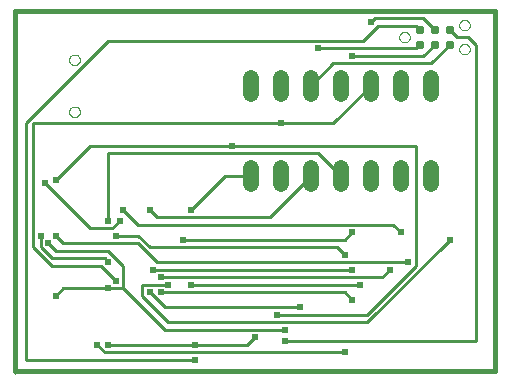
<source format=gbl>
G75*
%MOIN*%
%OFA0B0*%
%FSLAX25Y25*%
%IPPOS*%
%LPD*%
%AMOC8*
5,1,8,0,0,1.08239X$1,22.5*
%
%ADD10C,0.00000*%
%ADD11C,0.01600*%
%ADD12C,0.03100*%
%ADD13C,0.05200*%
%ADD14C,0.01000*%
%ADD15C,0.02400*%
D10*
X0004500Y0001000D02*
X0004500Y0002000D01*
X0022728Y0088339D02*
X0022730Y0088423D01*
X0022736Y0088506D01*
X0022746Y0088589D01*
X0022760Y0088672D01*
X0022777Y0088754D01*
X0022799Y0088835D01*
X0022824Y0088914D01*
X0022853Y0088993D01*
X0022886Y0089070D01*
X0022922Y0089145D01*
X0022962Y0089219D01*
X0023005Y0089291D01*
X0023052Y0089360D01*
X0023102Y0089427D01*
X0023155Y0089492D01*
X0023211Y0089554D01*
X0023269Y0089614D01*
X0023331Y0089671D01*
X0023395Y0089724D01*
X0023462Y0089775D01*
X0023531Y0089822D01*
X0023602Y0089867D01*
X0023675Y0089907D01*
X0023750Y0089944D01*
X0023827Y0089978D01*
X0023905Y0090008D01*
X0023984Y0090034D01*
X0024065Y0090057D01*
X0024147Y0090075D01*
X0024229Y0090090D01*
X0024312Y0090101D01*
X0024395Y0090108D01*
X0024479Y0090111D01*
X0024563Y0090110D01*
X0024646Y0090105D01*
X0024730Y0090096D01*
X0024812Y0090083D01*
X0024894Y0090067D01*
X0024975Y0090046D01*
X0025056Y0090022D01*
X0025134Y0089994D01*
X0025212Y0089962D01*
X0025288Y0089926D01*
X0025362Y0089887D01*
X0025434Y0089845D01*
X0025504Y0089799D01*
X0025572Y0089750D01*
X0025637Y0089698D01*
X0025700Y0089643D01*
X0025760Y0089585D01*
X0025818Y0089524D01*
X0025872Y0089460D01*
X0025924Y0089394D01*
X0025972Y0089326D01*
X0026017Y0089255D01*
X0026058Y0089182D01*
X0026097Y0089108D01*
X0026131Y0089032D01*
X0026162Y0088954D01*
X0026189Y0088875D01*
X0026213Y0088794D01*
X0026232Y0088713D01*
X0026248Y0088631D01*
X0026260Y0088548D01*
X0026268Y0088464D01*
X0026272Y0088381D01*
X0026272Y0088297D01*
X0026268Y0088214D01*
X0026260Y0088130D01*
X0026248Y0088047D01*
X0026232Y0087965D01*
X0026213Y0087884D01*
X0026189Y0087803D01*
X0026162Y0087724D01*
X0026131Y0087646D01*
X0026097Y0087570D01*
X0026058Y0087496D01*
X0026017Y0087423D01*
X0025972Y0087352D01*
X0025924Y0087284D01*
X0025872Y0087218D01*
X0025818Y0087154D01*
X0025760Y0087093D01*
X0025700Y0087035D01*
X0025637Y0086980D01*
X0025572Y0086928D01*
X0025504Y0086879D01*
X0025434Y0086833D01*
X0025362Y0086791D01*
X0025288Y0086752D01*
X0025212Y0086716D01*
X0025134Y0086684D01*
X0025056Y0086656D01*
X0024975Y0086632D01*
X0024894Y0086611D01*
X0024812Y0086595D01*
X0024730Y0086582D01*
X0024646Y0086573D01*
X0024563Y0086568D01*
X0024479Y0086567D01*
X0024395Y0086570D01*
X0024312Y0086577D01*
X0024229Y0086588D01*
X0024147Y0086603D01*
X0024065Y0086621D01*
X0023984Y0086644D01*
X0023905Y0086670D01*
X0023827Y0086700D01*
X0023750Y0086734D01*
X0023675Y0086771D01*
X0023602Y0086811D01*
X0023531Y0086856D01*
X0023462Y0086903D01*
X0023395Y0086954D01*
X0023331Y0087007D01*
X0023269Y0087064D01*
X0023211Y0087124D01*
X0023155Y0087186D01*
X0023102Y0087251D01*
X0023052Y0087318D01*
X0023005Y0087387D01*
X0022962Y0087459D01*
X0022922Y0087533D01*
X0022886Y0087608D01*
X0022853Y0087685D01*
X0022824Y0087764D01*
X0022799Y0087843D01*
X0022777Y0087924D01*
X0022760Y0088006D01*
X0022746Y0088089D01*
X0022736Y0088172D01*
X0022730Y0088255D01*
X0022728Y0088339D01*
X0022728Y0105661D02*
X0022730Y0105745D01*
X0022736Y0105828D01*
X0022746Y0105911D01*
X0022760Y0105994D01*
X0022777Y0106076D01*
X0022799Y0106157D01*
X0022824Y0106236D01*
X0022853Y0106315D01*
X0022886Y0106392D01*
X0022922Y0106467D01*
X0022962Y0106541D01*
X0023005Y0106613D01*
X0023052Y0106682D01*
X0023102Y0106749D01*
X0023155Y0106814D01*
X0023211Y0106876D01*
X0023269Y0106936D01*
X0023331Y0106993D01*
X0023395Y0107046D01*
X0023462Y0107097D01*
X0023531Y0107144D01*
X0023602Y0107189D01*
X0023675Y0107229D01*
X0023750Y0107266D01*
X0023827Y0107300D01*
X0023905Y0107330D01*
X0023984Y0107356D01*
X0024065Y0107379D01*
X0024147Y0107397D01*
X0024229Y0107412D01*
X0024312Y0107423D01*
X0024395Y0107430D01*
X0024479Y0107433D01*
X0024563Y0107432D01*
X0024646Y0107427D01*
X0024730Y0107418D01*
X0024812Y0107405D01*
X0024894Y0107389D01*
X0024975Y0107368D01*
X0025056Y0107344D01*
X0025134Y0107316D01*
X0025212Y0107284D01*
X0025288Y0107248D01*
X0025362Y0107209D01*
X0025434Y0107167D01*
X0025504Y0107121D01*
X0025572Y0107072D01*
X0025637Y0107020D01*
X0025700Y0106965D01*
X0025760Y0106907D01*
X0025818Y0106846D01*
X0025872Y0106782D01*
X0025924Y0106716D01*
X0025972Y0106648D01*
X0026017Y0106577D01*
X0026058Y0106504D01*
X0026097Y0106430D01*
X0026131Y0106354D01*
X0026162Y0106276D01*
X0026189Y0106197D01*
X0026213Y0106116D01*
X0026232Y0106035D01*
X0026248Y0105953D01*
X0026260Y0105870D01*
X0026268Y0105786D01*
X0026272Y0105703D01*
X0026272Y0105619D01*
X0026268Y0105536D01*
X0026260Y0105452D01*
X0026248Y0105369D01*
X0026232Y0105287D01*
X0026213Y0105206D01*
X0026189Y0105125D01*
X0026162Y0105046D01*
X0026131Y0104968D01*
X0026097Y0104892D01*
X0026058Y0104818D01*
X0026017Y0104745D01*
X0025972Y0104674D01*
X0025924Y0104606D01*
X0025872Y0104540D01*
X0025818Y0104476D01*
X0025760Y0104415D01*
X0025700Y0104357D01*
X0025637Y0104302D01*
X0025572Y0104250D01*
X0025504Y0104201D01*
X0025434Y0104155D01*
X0025362Y0104113D01*
X0025288Y0104074D01*
X0025212Y0104038D01*
X0025134Y0104006D01*
X0025056Y0103978D01*
X0024975Y0103954D01*
X0024894Y0103933D01*
X0024812Y0103917D01*
X0024730Y0103904D01*
X0024646Y0103895D01*
X0024563Y0103890D01*
X0024479Y0103889D01*
X0024395Y0103892D01*
X0024312Y0103899D01*
X0024229Y0103910D01*
X0024147Y0103925D01*
X0024065Y0103943D01*
X0023984Y0103966D01*
X0023905Y0103992D01*
X0023827Y0104022D01*
X0023750Y0104056D01*
X0023675Y0104093D01*
X0023602Y0104133D01*
X0023531Y0104178D01*
X0023462Y0104225D01*
X0023395Y0104276D01*
X0023331Y0104329D01*
X0023269Y0104386D01*
X0023211Y0104446D01*
X0023155Y0104508D01*
X0023102Y0104573D01*
X0023052Y0104640D01*
X0023005Y0104709D01*
X0022962Y0104781D01*
X0022922Y0104855D01*
X0022886Y0104930D01*
X0022853Y0105007D01*
X0022824Y0105086D01*
X0022799Y0105165D01*
X0022777Y0105246D01*
X0022760Y0105328D01*
X0022746Y0105411D01*
X0022736Y0105494D01*
X0022730Y0105577D01*
X0022728Y0105661D01*
X0132750Y0113250D02*
X0132752Y0113333D01*
X0132758Y0113416D01*
X0132768Y0113499D01*
X0132782Y0113581D01*
X0132799Y0113663D01*
X0132821Y0113743D01*
X0132846Y0113822D01*
X0132875Y0113900D01*
X0132908Y0113977D01*
X0132945Y0114052D01*
X0132984Y0114125D01*
X0133028Y0114196D01*
X0133074Y0114265D01*
X0133124Y0114332D01*
X0133177Y0114396D01*
X0133233Y0114458D01*
X0133292Y0114517D01*
X0133354Y0114573D01*
X0133418Y0114626D01*
X0133485Y0114676D01*
X0133554Y0114722D01*
X0133625Y0114766D01*
X0133698Y0114805D01*
X0133773Y0114842D01*
X0133850Y0114875D01*
X0133928Y0114904D01*
X0134007Y0114929D01*
X0134087Y0114951D01*
X0134169Y0114968D01*
X0134251Y0114982D01*
X0134334Y0114992D01*
X0134417Y0114998D01*
X0134500Y0115000D01*
X0134583Y0114998D01*
X0134666Y0114992D01*
X0134749Y0114982D01*
X0134831Y0114968D01*
X0134913Y0114951D01*
X0134993Y0114929D01*
X0135072Y0114904D01*
X0135150Y0114875D01*
X0135227Y0114842D01*
X0135302Y0114805D01*
X0135375Y0114766D01*
X0135446Y0114722D01*
X0135515Y0114676D01*
X0135582Y0114626D01*
X0135646Y0114573D01*
X0135708Y0114517D01*
X0135767Y0114458D01*
X0135823Y0114396D01*
X0135876Y0114332D01*
X0135926Y0114265D01*
X0135972Y0114196D01*
X0136016Y0114125D01*
X0136055Y0114052D01*
X0136092Y0113977D01*
X0136125Y0113900D01*
X0136154Y0113822D01*
X0136179Y0113743D01*
X0136201Y0113663D01*
X0136218Y0113581D01*
X0136232Y0113499D01*
X0136242Y0113416D01*
X0136248Y0113333D01*
X0136250Y0113250D01*
X0136248Y0113167D01*
X0136242Y0113084D01*
X0136232Y0113001D01*
X0136218Y0112919D01*
X0136201Y0112837D01*
X0136179Y0112757D01*
X0136154Y0112678D01*
X0136125Y0112600D01*
X0136092Y0112523D01*
X0136055Y0112448D01*
X0136016Y0112375D01*
X0135972Y0112304D01*
X0135926Y0112235D01*
X0135876Y0112168D01*
X0135823Y0112104D01*
X0135767Y0112042D01*
X0135708Y0111983D01*
X0135646Y0111927D01*
X0135582Y0111874D01*
X0135515Y0111824D01*
X0135446Y0111778D01*
X0135375Y0111734D01*
X0135302Y0111695D01*
X0135227Y0111658D01*
X0135150Y0111625D01*
X0135072Y0111596D01*
X0134993Y0111571D01*
X0134913Y0111549D01*
X0134831Y0111532D01*
X0134749Y0111518D01*
X0134666Y0111508D01*
X0134583Y0111502D01*
X0134500Y0111500D01*
X0134417Y0111502D01*
X0134334Y0111508D01*
X0134251Y0111518D01*
X0134169Y0111532D01*
X0134087Y0111549D01*
X0134007Y0111571D01*
X0133928Y0111596D01*
X0133850Y0111625D01*
X0133773Y0111658D01*
X0133698Y0111695D01*
X0133625Y0111734D01*
X0133554Y0111778D01*
X0133485Y0111824D01*
X0133418Y0111874D01*
X0133354Y0111927D01*
X0133292Y0111983D01*
X0133233Y0112042D01*
X0133177Y0112104D01*
X0133124Y0112168D01*
X0133074Y0112235D01*
X0133028Y0112304D01*
X0132984Y0112375D01*
X0132945Y0112448D01*
X0132908Y0112523D01*
X0132875Y0112600D01*
X0132846Y0112678D01*
X0132821Y0112757D01*
X0132799Y0112837D01*
X0132782Y0112919D01*
X0132768Y0113001D01*
X0132758Y0113084D01*
X0132752Y0113167D01*
X0132750Y0113250D01*
X0152750Y0109250D02*
X0152752Y0109333D01*
X0152758Y0109416D01*
X0152768Y0109499D01*
X0152782Y0109581D01*
X0152799Y0109663D01*
X0152821Y0109743D01*
X0152846Y0109822D01*
X0152875Y0109900D01*
X0152908Y0109977D01*
X0152945Y0110052D01*
X0152984Y0110125D01*
X0153028Y0110196D01*
X0153074Y0110265D01*
X0153124Y0110332D01*
X0153177Y0110396D01*
X0153233Y0110458D01*
X0153292Y0110517D01*
X0153354Y0110573D01*
X0153418Y0110626D01*
X0153485Y0110676D01*
X0153554Y0110722D01*
X0153625Y0110766D01*
X0153698Y0110805D01*
X0153773Y0110842D01*
X0153850Y0110875D01*
X0153928Y0110904D01*
X0154007Y0110929D01*
X0154087Y0110951D01*
X0154169Y0110968D01*
X0154251Y0110982D01*
X0154334Y0110992D01*
X0154417Y0110998D01*
X0154500Y0111000D01*
X0154583Y0110998D01*
X0154666Y0110992D01*
X0154749Y0110982D01*
X0154831Y0110968D01*
X0154913Y0110951D01*
X0154993Y0110929D01*
X0155072Y0110904D01*
X0155150Y0110875D01*
X0155227Y0110842D01*
X0155302Y0110805D01*
X0155375Y0110766D01*
X0155446Y0110722D01*
X0155515Y0110676D01*
X0155582Y0110626D01*
X0155646Y0110573D01*
X0155708Y0110517D01*
X0155767Y0110458D01*
X0155823Y0110396D01*
X0155876Y0110332D01*
X0155926Y0110265D01*
X0155972Y0110196D01*
X0156016Y0110125D01*
X0156055Y0110052D01*
X0156092Y0109977D01*
X0156125Y0109900D01*
X0156154Y0109822D01*
X0156179Y0109743D01*
X0156201Y0109663D01*
X0156218Y0109581D01*
X0156232Y0109499D01*
X0156242Y0109416D01*
X0156248Y0109333D01*
X0156250Y0109250D01*
X0156248Y0109167D01*
X0156242Y0109084D01*
X0156232Y0109001D01*
X0156218Y0108919D01*
X0156201Y0108837D01*
X0156179Y0108757D01*
X0156154Y0108678D01*
X0156125Y0108600D01*
X0156092Y0108523D01*
X0156055Y0108448D01*
X0156016Y0108375D01*
X0155972Y0108304D01*
X0155926Y0108235D01*
X0155876Y0108168D01*
X0155823Y0108104D01*
X0155767Y0108042D01*
X0155708Y0107983D01*
X0155646Y0107927D01*
X0155582Y0107874D01*
X0155515Y0107824D01*
X0155446Y0107778D01*
X0155375Y0107734D01*
X0155302Y0107695D01*
X0155227Y0107658D01*
X0155150Y0107625D01*
X0155072Y0107596D01*
X0154993Y0107571D01*
X0154913Y0107549D01*
X0154831Y0107532D01*
X0154749Y0107518D01*
X0154666Y0107508D01*
X0154583Y0107502D01*
X0154500Y0107500D01*
X0154417Y0107502D01*
X0154334Y0107508D01*
X0154251Y0107518D01*
X0154169Y0107532D01*
X0154087Y0107549D01*
X0154007Y0107571D01*
X0153928Y0107596D01*
X0153850Y0107625D01*
X0153773Y0107658D01*
X0153698Y0107695D01*
X0153625Y0107734D01*
X0153554Y0107778D01*
X0153485Y0107824D01*
X0153418Y0107874D01*
X0153354Y0107927D01*
X0153292Y0107983D01*
X0153233Y0108042D01*
X0153177Y0108104D01*
X0153124Y0108168D01*
X0153074Y0108235D01*
X0153028Y0108304D01*
X0152984Y0108375D01*
X0152945Y0108448D01*
X0152908Y0108523D01*
X0152875Y0108600D01*
X0152846Y0108678D01*
X0152821Y0108757D01*
X0152799Y0108837D01*
X0152782Y0108919D01*
X0152768Y0109001D01*
X0152758Y0109084D01*
X0152752Y0109167D01*
X0152750Y0109250D01*
X0152750Y0117250D02*
X0152752Y0117333D01*
X0152758Y0117416D01*
X0152768Y0117499D01*
X0152782Y0117581D01*
X0152799Y0117663D01*
X0152821Y0117743D01*
X0152846Y0117822D01*
X0152875Y0117900D01*
X0152908Y0117977D01*
X0152945Y0118052D01*
X0152984Y0118125D01*
X0153028Y0118196D01*
X0153074Y0118265D01*
X0153124Y0118332D01*
X0153177Y0118396D01*
X0153233Y0118458D01*
X0153292Y0118517D01*
X0153354Y0118573D01*
X0153418Y0118626D01*
X0153485Y0118676D01*
X0153554Y0118722D01*
X0153625Y0118766D01*
X0153698Y0118805D01*
X0153773Y0118842D01*
X0153850Y0118875D01*
X0153928Y0118904D01*
X0154007Y0118929D01*
X0154087Y0118951D01*
X0154169Y0118968D01*
X0154251Y0118982D01*
X0154334Y0118992D01*
X0154417Y0118998D01*
X0154500Y0119000D01*
X0154583Y0118998D01*
X0154666Y0118992D01*
X0154749Y0118982D01*
X0154831Y0118968D01*
X0154913Y0118951D01*
X0154993Y0118929D01*
X0155072Y0118904D01*
X0155150Y0118875D01*
X0155227Y0118842D01*
X0155302Y0118805D01*
X0155375Y0118766D01*
X0155446Y0118722D01*
X0155515Y0118676D01*
X0155582Y0118626D01*
X0155646Y0118573D01*
X0155708Y0118517D01*
X0155767Y0118458D01*
X0155823Y0118396D01*
X0155876Y0118332D01*
X0155926Y0118265D01*
X0155972Y0118196D01*
X0156016Y0118125D01*
X0156055Y0118052D01*
X0156092Y0117977D01*
X0156125Y0117900D01*
X0156154Y0117822D01*
X0156179Y0117743D01*
X0156201Y0117663D01*
X0156218Y0117581D01*
X0156232Y0117499D01*
X0156242Y0117416D01*
X0156248Y0117333D01*
X0156250Y0117250D01*
X0156248Y0117167D01*
X0156242Y0117084D01*
X0156232Y0117001D01*
X0156218Y0116919D01*
X0156201Y0116837D01*
X0156179Y0116757D01*
X0156154Y0116678D01*
X0156125Y0116600D01*
X0156092Y0116523D01*
X0156055Y0116448D01*
X0156016Y0116375D01*
X0155972Y0116304D01*
X0155926Y0116235D01*
X0155876Y0116168D01*
X0155823Y0116104D01*
X0155767Y0116042D01*
X0155708Y0115983D01*
X0155646Y0115927D01*
X0155582Y0115874D01*
X0155515Y0115824D01*
X0155446Y0115778D01*
X0155375Y0115734D01*
X0155302Y0115695D01*
X0155227Y0115658D01*
X0155150Y0115625D01*
X0155072Y0115596D01*
X0154993Y0115571D01*
X0154913Y0115549D01*
X0154831Y0115532D01*
X0154749Y0115518D01*
X0154666Y0115508D01*
X0154583Y0115502D01*
X0154500Y0115500D01*
X0154417Y0115502D01*
X0154334Y0115508D01*
X0154251Y0115518D01*
X0154169Y0115532D01*
X0154087Y0115549D01*
X0154007Y0115571D01*
X0153928Y0115596D01*
X0153850Y0115625D01*
X0153773Y0115658D01*
X0153698Y0115695D01*
X0153625Y0115734D01*
X0153554Y0115778D01*
X0153485Y0115824D01*
X0153418Y0115874D01*
X0153354Y0115927D01*
X0153292Y0115983D01*
X0153233Y0116042D01*
X0153177Y0116104D01*
X0153124Y0116168D01*
X0153074Y0116235D01*
X0153028Y0116304D01*
X0152984Y0116375D01*
X0152945Y0116448D01*
X0152908Y0116523D01*
X0152875Y0116600D01*
X0152846Y0116678D01*
X0152821Y0116757D01*
X0152799Y0116837D01*
X0152782Y0116919D01*
X0152768Y0117001D01*
X0152758Y0117084D01*
X0152752Y0117167D01*
X0152750Y0117250D01*
D11*
X0164500Y0122000D02*
X0164500Y0002000D01*
X0004500Y0002000D01*
X0004500Y0122000D01*
X0164500Y0122000D01*
D12*
X0149500Y0115750D03*
X0149500Y0110750D03*
X0144500Y0110750D03*
X0139500Y0110750D03*
X0139500Y0115750D03*
X0144500Y0115750D03*
D13*
X0143250Y0099600D02*
X0143250Y0094400D01*
X0133250Y0094400D02*
X0133250Y0099600D01*
X0123250Y0099600D02*
X0123250Y0094400D01*
X0113250Y0094400D02*
X0113250Y0099600D01*
X0103250Y0099600D02*
X0103250Y0094400D01*
X0093250Y0094400D02*
X0093250Y0099600D01*
X0083250Y0099600D02*
X0083250Y0094400D01*
X0083250Y0069600D02*
X0083250Y0064400D01*
X0093250Y0064400D02*
X0093250Y0069600D01*
X0103250Y0069600D02*
X0103250Y0064400D01*
X0113250Y0064400D02*
X0113250Y0069600D01*
X0123250Y0069600D02*
X0123250Y0064400D01*
X0133250Y0064400D02*
X0133250Y0069600D01*
X0143250Y0069600D02*
X0143250Y0064400D01*
D14*
X0138250Y0077000D02*
X0077000Y0077000D01*
X0029500Y0077000D01*
X0018250Y0065750D01*
X0014500Y0064500D02*
X0029500Y0049500D01*
X0037000Y0049500D01*
X0039500Y0052000D01*
X0035750Y0052000D02*
X0035750Y0074500D01*
X0105750Y0074500D01*
X0113250Y0067000D01*
X0103250Y0067000D02*
X0089500Y0053250D01*
X0052000Y0053250D01*
X0049500Y0055750D01*
X0045750Y0050750D02*
X0040750Y0055750D01*
X0045750Y0050750D02*
X0130750Y0050750D01*
X0133250Y0048250D01*
X0135750Y0038250D02*
X0052000Y0038250D01*
X0045750Y0044500D01*
X0020750Y0044500D01*
X0018250Y0047000D01*
X0015750Y0044500D02*
X0018250Y0042000D01*
X0035750Y0042000D01*
X0040750Y0037000D01*
X0040750Y0029500D01*
X0054500Y0015750D01*
X0094500Y0015750D01*
X0094500Y0012000D02*
X0158250Y0012000D01*
X0158250Y0110750D01*
X0155750Y0113250D01*
X0152000Y0113250D01*
X0149500Y0115750D01*
X0149500Y0110750D02*
X0143250Y0104500D01*
X0110750Y0104500D01*
X0103250Y0097000D01*
X0117000Y0107000D02*
X0140750Y0107000D01*
X0144500Y0110750D01*
X0139500Y0110750D02*
X0138250Y0109500D01*
X0105750Y0109500D01*
X0120750Y0112000D02*
X0035750Y0112000D01*
X0008250Y0084500D01*
X0008250Y0005750D01*
X0064500Y0005750D01*
X0064500Y0010750D02*
X0082000Y0010750D01*
X0084500Y0013250D01*
X0092000Y0020750D02*
X0122000Y0020750D01*
X0138250Y0037000D01*
X0138250Y0077000D01*
X0123250Y0097000D02*
X0110750Y0084500D01*
X0093250Y0084500D01*
X0010750Y0084500D01*
X0010750Y0043250D01*
X0017000Y0037000D01*
X0033250Y0037000D01*
X0038250Y0032000D01*
X0035750Y0029500D02*
X0040750Y0029500D01*
X0035750Y0029500D02*
X0020750Y0029500D01*
X0018250Y0027000D01*
X0034500Y0039500D02*
X0035750Y0038250D01*
X0034500Y0039500D02*
X0017000Y0039500D01*
X0013250Y0043250D01*
X0013250Y0047000D01*
X0038250Y0047000D02*
X0045750Y0047000D01*
X0049500Y0043250D01*
X0112000Y0043250D01*
X0114500Y0040750D01*
X0114500Y0045750D02*
X0060750Y0045750D01*
X0063250Y0055750D02*
X0074500Y0067000D01*
X0083250Y0067000D01*
X0114500Y0045750D02*
X0117000Y0048250D01*
X0117000Y0035750D02*
X0050750Y0035750D01*
X0053250Y0033250D02*
X0127000Y0033250D01*
X0129500Y0035750D01*
X0119500Y0030750D02*
X0063250Y0030750D01*
X0055750Y0030750D02*
X0047000Y0030750D01*
X0047000Y0027000D01*
X0055750Y0018250D01*
X0122000Y0018250D01*
X0149500Y0045750D01*
X0117000Y0025750D02*
X0114500Y0028250D01*
X0053250Y0028250D01*
X0049500Y0028250D02*
X0054500Y0023250D01*
X0099500Y0023250D01*
X0114500Y0008250D02*
X0034500Y0008250D01*
X0032000Y0010750D01*
X0035750Y0010750D02*
X0064500Y0010750D01*
X0120750Y0112000D02*
X0125750Y0117000D01*
X0138250Y0117000D01*
X0139500Y0115750D01*
X0140750Y0119500D02*
X0144500Y0115750D01*
X0140750Y0119500D02*
X0124500Y0119500D01*
X0123250Y0118250D01*
D15*
X0123250Y0118250D03*
X0117000Y0107000D03*
X0105750Y0109500D03*
X0093250Y0084500D03*
X0077000Y0077000D03*
X0063250Y0055750D03*
X0060750Y0045750D03*
X0049500Y0055750D03*
X0040750Y0055750D03*
X0039500Y0052000D03*
X0035750Y0052000D03*
X0038250Y0047000D03*
X0035750Y0038250D03*
X0038250Y0032000D03*
X0035750Y0029500D03*
X0049500Y0028250D03*
X0053250Y0028250D03*
X0055750Y0030750D03*
X0053250Y0033250D03*
X0050750Y0035750D03*
X0063250Y0030750D03*
X0084500Y0013250D03*
X0094500Y0012000D03*
X0094500Y0015750D03*
X0092000Y0020750D03*
X0099500Y0023250D03*
X0117000Y0025750D03*
X0119500Y0030750D03*
X0117000Y0035750D03*
X0114500Y0040750D03*
X0117000Y0048250D03*
X0133250Y0048250D03*
X0135750Y0038250D03*
X0129500Y0035750D03*
X0149500Y0045750D03*
X0114500Y0008250D03*
X0064500Y0005750D03*
X0064500Y0010750D03*
X0035750Y0010750D03*
X0032000Y0010750D03*
X0018250Y0027000D03*
X0015750Y0044500D03*
X0013250Y0047000D03*
X0018250Y0047000D03*
X0014500Y0064500D03*
X0018250Y0065750D03*
M02*

</source>
